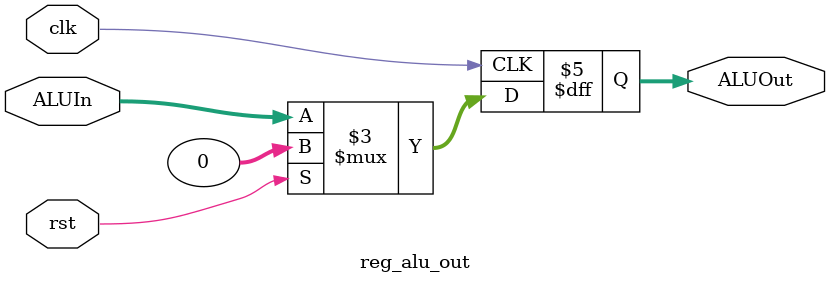
<source format=v>
`timescale 1ns / 1ps
module reg_alu_out(
		input clk,
		input rst,
		input [31:0] ALUIn,
		output reg [31:0] ALUOut
    );
	 
	always @(posedge clk)
		begin
		if (rst)
			begin
			ALUOut <= 32'd0;
			end
		else
			begin
			ALUOut <= ALUIn;
			end
		end
		
endmodule

</source>
